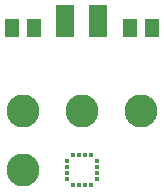
<source format=gts>
G04 (created by PCBNEW (2013-07-07 BZR 4022)-stable) date 7/15/2015 5:50:03 PM*
%MOIN*%
G04 Gerber Fmt 3.4, Leading zero omitted, Abs format*
%FSLAX34Y34*%
G01*
G70*
G90*
G04 APERTURE LIST*
%ADD10C,0.00590551*%
%ADD11C,0.110236*%
%ADD12R,0.0177165X0.011811*%
%ADD13R,0.011811X0.0177165*%
%ADD14R,0.0512X0.059*%
%ADD15R,0.063X0.106*%
G04 APERTURE END LIST*
G54D10*
G54D11*
X78740Y-57086D03*
X80708Y-57086D03*
X76771Y-57086D03*
X76771Y-59055D03*
G54D12*
X78238Y-58759D03*
X78238Y-58956D03*
X78238Y-59153D03*
X78238Y-59350D03*
G54D13*
X78444Y-59557D03*
X78641Y-59557D03*
X78838Y-59557D03*
X79035Y-59557D03*
G54D12*
X79242Y-59350D03*
X79242Y-59153D03*
X79242Y-58956D03*
X79242Y-58759D03*
G54D13*
X79035Y-58553D03*
X78838Y-58553D03*
X78641Y-58553D03*
X78444Y-58553D03*
G54D14*
X76396Y-54330D03*
X77146Y-54330D03*
X81083Y-54330D03*
X80333Y-54330D03*
G54D15*
X79290Y-54090D03*
X78190Y-54090D03*
M02*

</source>
